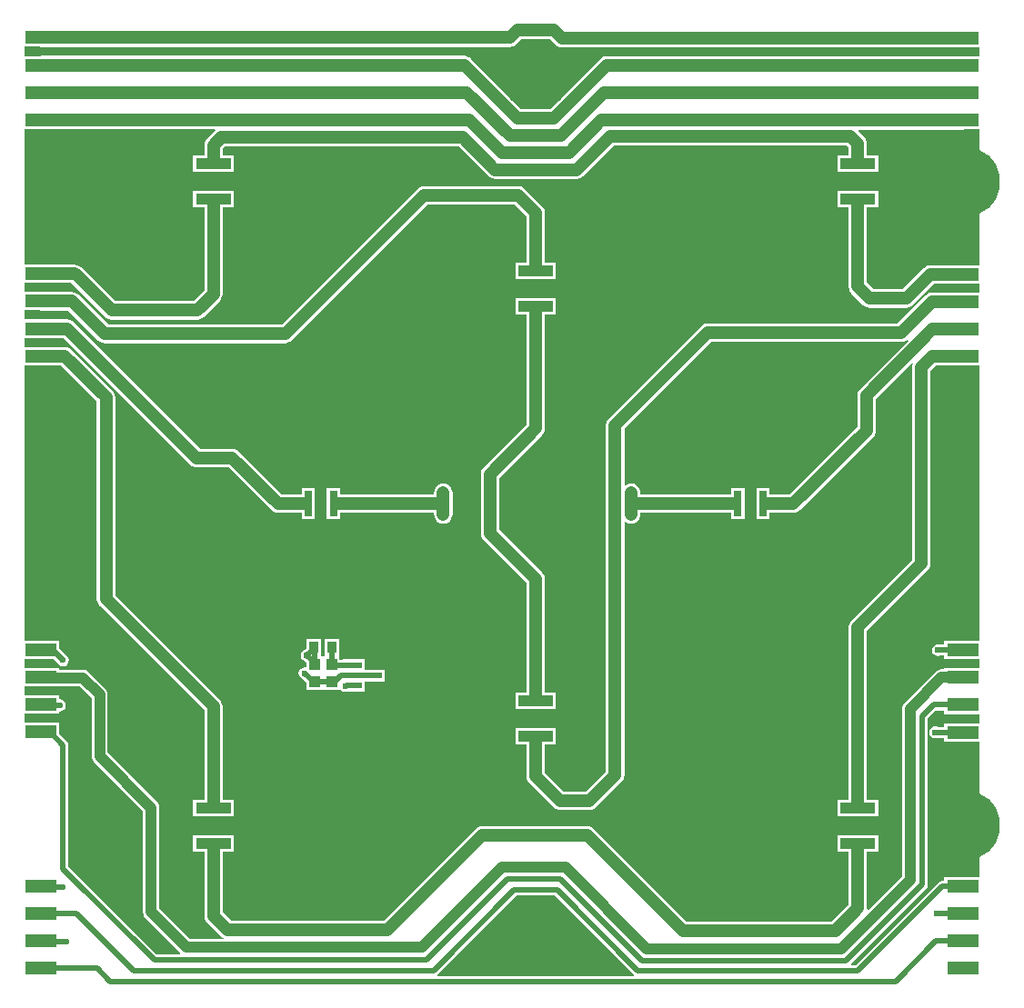
<source format=gbl>
%FSLAX44Y44*%
%MOMM*%
G71*
G01*
G75*
G04 Layer_Physical_Order=2*
G04 Layer_Color=16711680*
%ADD10C,0.5000*%
%ADD11C,1.0000*%
%ADD12C,1.2000*%
%ADD13C,6.5000*%
%ADD14C,0.6000*%
%ADD15R,3.0000X1.2000*%
%ADD16R,3.3000X1.0000*%
%ADD17R,3.3000X1.3000*%
%ADD18R,0.9200X2.3400*%
%ADD19R,0.7200X2.3400*%
%ADD20R,1.0000X1.0000*%
%ADD21R,0.9000X1.0000*%
%ADD22R,1.5000X0.6000*%
G36*
X876000Y1179935D02*
X912367D01*
X923435Y1168867D01*
Y1114690D01*
X923693Y1112732D01*
X924449Y1110908D01*
X925651Y1109341D01*
X971435Y1063557D01*
Y969500D01*
X971693Y967542D01*
X972449Y965718D01*
X973651Y964151D01*
X1005966Y931836D01*
X1005875Y930570D01*
X1005247Y930098D01*
X984112D01*
X902098Y1012112D01*
Y1125000D01*
X901710Y1126951D01*
X900605Y1128605D01*
X893500Y1135710D01*
Y1146000D01*
X861000D01*
Y1154500D01*
X893500D01*
Y1155982D01*
X894000Y1156392D01*
X896146Y1156819D01*
X897965Y1158035D01*
X899181Y1159854D01*
X899608Y1162000D01*
X899181Y1164146D01*
X897965Y1165965D01*
X896146Y1167181D01*
X894000Y1167608D01*
X893500Y1168018D01*
Y1171500D01*
X861000D01*
Y1180000D01*
X875509D01*
X876000Y1179935D01*
D02*
G37*
G36*
X1717500Y1154000D02*
X1750000D01*
Y1145500D01*
X1717500D01*
Y1142098D01*
X1711270D01*
X1711146Y1142181D01*
X1709000Y1142608D01*
X1706854Y1142181D01*
X1705035Y1140965D01*
X1703819Y1139146D01*
X1703392Y1137000D01*
X1703819Y1134854D01*
X1705035Y1133035D01*
X1706854Y1131819D01*
X1709000Y1131392D01*
X1711146Y1131819D01*
X1711270Y1131902D01*
X1717500D01*
Y1128500D01*
X1750000D01*
Y1002000D01*
X1717500D01*
Y998598D01*
X1715500D01*
X1713549Y998210D01*
X1711895Y997105D01*
X1634888Y920098D01*
X1630967D01*
X1630481Y921271D01*
X1700605Y991395D01*
X1701710Y993049D01*
X1701774Y993373D01*
X1702098Y995000D01*
Y1149888D01*
X1709612Y1157402D01*
X1717500D01*
Y1154000D01*
D02*
G37*
G36*
X1428395Y911395D02*
X1428518Y911313D01*
X1428149Y910098D01*
X1245851D01*
X1245482Y911313D01*
X1245605Y911395D01*
X1319112Y984902D01*
X1354888D01*
X1428395Y911395D01*
D02*
G37*
G36*
X1355421Y1777438D02*
X1357196Y1776075D01*
X1359264Y1775219D01*
X1361483Y1774927D01*
X1735000D01*
X1735557Y1775000D01*
X1750000D01*
Y1766500D01*
X1735557D01*
X1735000Y1766573D01*
X1402983D01*
X1400764Y1766281D01*
X1398696Y1765425D01*
X1396920Y1764062D01*
X1350432Y1717573D01*
X1323569D01*
X1277579Y1763562D01*
X1277014Y1763996D01*
X1276580Y1764562D01*
X1274804Y1765925D01*
X1272736Y1766781D01*
X1270517Y1767073D01*
X876000D01*
X875443Y1767000D01*
X861000D01*
Y1775500D01*
X875443D01*
X876000Y1775427D01*
X1313017D01*
X1315236Y1775719D01*
X1316698Y1776324D01*
X1317304Y1776575D01*
X1319079Y1777938D01*
X1323569Y1782427D01*
X1350432D01*
X1355421Y1777438D01*
D02*
G37*
G36*
X876000Y1698927D02*
X1038416D01*
X1038824Y1697724D01*
X1037962Y1697062D01*
X1030938Y1690038D01*
X1029575Y1688263D01*
X1028719Y1686195D01*
X1028427Y1683976D01*
Y1674000D01*
X1018000D01*
Y1659000D01*
X1056000D01*
Y1674000D01*
X1045573D01*
Y1680425D01*
X1047575Y1682427D01*
X1265449D01*
X1292938Y1654938D01*
X1294713Y1653575D01*
X1296781Y1652719D01*
X1299000Y1652427D01*
X1375000D01*
X1377219Y1652719D01*
X1378681Y1653324D01*
X1379287Y1653575D01*
X1381062Y1654938D01*
X1409551Y1683427D01*
X1626449D01*
X1628427Y1681449D01*
Y1674000D01*
X1618000D01*
Y1659000D01*
X1656000D01*
Y1674000D01*
X1645573D01*
Y1685000D01*
X1645281Y1687219D01*
X1644425Y1689287D01*
X1643062Y1691062D01*
X1636871Y1697253D01*
X1637357Y1698427D01*
X1735000D01*
X1735557Y1698500D01*
X1750000D01*
Y1572000D01*
X1735557D01*
X1735000Y1572073D01*
X1704500D01*
X1702281Y1571781D01*
X1700213Y1570925D01*
X1698438Y1569562D01*
X1678449Y1549573D01*
X1651551D01*
X1645573Y1555551D01*
Y1626000D01*
X1656000D01*
Y1641000D01*
X1618000D01*
Y1626000D01*
X1628427D01*
Y1552000D01*
X1628719Y1549781D01*
X1629324Y1548319D01*
X1629575Y1547713D01*
X1630938Y1545938D01*
X1641938Y1534938D01*
X1643713Y1533575D01*
X1645781Y1532719D01*
X1648000Y1532427D01*
X1682000D01*
X1684219Y1532719D01*
X1686287Y1533575D01*
X1688062Y1534938D01*
X1708051Y1554927D01*
X1735000D01*
X1735557Y1555000D01*
X1750000D01*
Y1546500D01*
X1735557D01*
X1735000Y1546573D01*
X1706000D01*
X1703781Y1546281D01*
X1701713Y1545425D01*
X1699938Y1544062D01*
X1673449Y1517573D01*
X1497000D01*
X1494781Y1517281D01*
X1492713Y1516425D01*
X1490938Y1515062D01*
X1404938Y1429062D01*
X1403575Y1427287D01*
X1403324Y1426681D01*
X1402719Y1425219D01*
X1402427Y1423000D01*
Y1100551D01*
X1383449Y1081573D01*
X1363551D01*
X1345573Y1099551D01*
Y1126000D01*
X1356000D01*
Y1141000D01*
X1318000D01*
Y1126000D01*
X1328427D01*
Y1096000D01*
X1328719Y1093781D01*
X1329575Y1091713D01*
X1330938Y1089938D01*
X1353938Y1066938D01*
X1355713Y1065575D01*
X1356747Y1065147D01*
X1357781Y1064719D01*
X1360000Y1064427D01*
X1387000D01*
X1389219Y1064719D01*
X1390681Y1065324D01*
X1391287Y1065575D01*
X1393062Y1066938D01*
X1417062Y1090938D01*
X1418425Y1092713D01*
X1418853Y1093747D01*
X1419281Y1094781D01*
X1419573Y1097000D01*
Y1332782D01*
X1420712Y1333343D01*
X1421713Y1332575D01*
X1423781Y1331719D01*
X1426000Y1331427D01*
X1428219Y1331719D01*
X1430287Y1332575D01*
X1432062Y1333938D01*
X1433425Y1335713D01*
X1434281Y1337781D01*
X1434573Y1340000D01*
Y1341427D01*
X1519150D01*
Y1335800D01*
X1531350D01*
Y1364200D01*
X1519150D01*
Y1358573D01*
X1434573D01*
Y1360000D01*
X1434281Y1362219D01*
X1433425Y1364287D01*
X1432062Y1366062D01*
X1430287Y1367425D01*
X1428219Y1368281D01*
X1426000Y1368573D01*
X1423781Y1368281D01*
X1421713Y1367425D01*
X1420712Y1366657D01*
X1419573Y1367218D01*
Y1419449D01*
X1500551Y1500427D01*
X1677000D01*
X1679219Y1500719D01*
X1681287Y1501575D01*
X1682885Y1502802D01*
X1683722Y1501847D01*
X1638938Y1457062D01*
X1637575Y1455287D01*
X1636719Y1453219D01*
X1636427Y1451000D01*
Y1421655D01*
X1573345Y1358573D01*
X1554850D01*
Y1364200D01*
X1542650D01*
Y1335800D01*
X1554850D01*
Y1341427D01*
X1576896D01*
X1579115Y1341719D01*
X1581183Y1342575D01*
X1582958Y1343938D01*
X1651062Y1412042D01*
X1652425Y1413817D01*
X1653281Y1415885D01*
X1653573Y1418104D01*
Y1447449D01*
X1687097Y1480972D01*
X1688153Y1480267D01*
X1687719Y1479219D01*
X1687427Y1477000D01*
Y1297551D01*
X1630938Y1241062D01*
X1629575Y1239287D01*
X1628719Y1237219D01*
X1628427Y1235000D01*
Y1074000D01*
X1618000D01*
Y1059000D01*
X1656000D01*
Y1074000D01*
X1645573D01*
Y1231449D01*
X1702062Y1287938D01*
X1703425Y1289713D01*
X1704281Y1291781D01*
X1704573Y1294000D01*
Y1473449D01*
X1709551Y1478427D01*
X1735000D01*
X1735557Y1478500D01*
X1750000D01*
Y1222000D01*
X1717500D01*
Y1218598D01*
X1713770D01*
X1713646Y1218681D01*
X1711500Y1219108D01*
X1709354Y1218681D01*
X1707535Y1217465D01*
X1706319Y1215646D01*
X1705892Y1213500D01*
X1706319Y1211354D01*
X1707535Y1209535D01*
X1709354Y1208319D01*
X1711500Y1207892D01*
X1713646Y1208319D01*
X1713770Y1208402D01*
X1717500D01*
Y1205000D01*
X1750000D01*
Y1196500D01*
X1717500D01*
Y1195565D01*
X1715000D01*
X1715000Y1195565D01*
X1713042Y1195307D01*
X1711218Y1194551D01*
X1709651Y1193349D01*
X1709651Y1193349D01*
X1680151Y1163849D01*
X1678949Y1162282D01*
X1678728Y1161748D01*
X1678193Y1160458D01*
X1677935Y1158500D01*
Y1002897D01*
X1646597Y971558D01*
X1645457Y972120D01*
X1645573Y973000D01*
Y1026000D01*
X1656000D01*
Y1041000D01*
X1618000D01*
Y1026000D01*
X1628427D01*
Y976551D01*
X1612449Y960573D01*
X1477551D01*
X1391062Y1047062D01*
X1389287Y1048425D01*
X1388681Y1048676D01*
X1387219Y1049281D01*
X1385000Y1049573D01*
X1287000D01*
X1284781Y1049281D01*
X1284176Y1049030D01*
X1282713Y1048425D01*
X1280938Y1047062D01*
X1195449Y961573D01*
X1053551D01*
X1045573Y969551D01*
Y1026000D01*
X1056000D01*
Y1041000D01*
X1018000D01*
Y1026000D01*
X1028427D01*
Y966000D01*
X1028719Y963781D01*
X1029575Y961713D01*
X1030938Y959938D01*
X1043938Y946938D01*
X1045713Y945575D01*
X1046353Y945310D01*
X1046105Y944065D01*
X1015133D01*
X986565Y972634D01*
Y1066690D01*
X986565Y1066690D01*
X986307Y1068648D01*
X985551Y1070472D01*
X984349Y1072039D01*
X938565Y1117823D01*
Y1172000D01*
X938307Y1173958D01*
X937551Y1175782D01*
X936349Y1177349D01*
X920849Y1192849D01*
X919282Y1194051D01*
X917458Y1194807D01*
X915500Y1195065D01*
X893500D01*
Y1197000D01*
X861000D01*
Y1205500D01*
X888290D01*
X891790Y1202000D01*
X891819Y1201854D01*
X893035Y1200035D01*
X894854Y1198819D01*
X897000Y1198392D01*
X899146Y1198819D01*
X900965Y1200035D01*
X902181Y1201854D01*
X902608Y1204000D01*
X902181Y1206146D01*
X900965Y1207965D01*
X899146Y1209181D01*
X899000Y1209210D01*
X893500Y1214710D01*
Y1222500D01*
X861000D01*
Y1479000D01*
X875443D01*
X876000Y1478927D01*
X894949D01*
X928427Y1445449D01*
Y1261000D01*
X928719Y1258781D01*
X929575Y1256713D01*
X930938Y1254938D01*
X1028427Y1157449D01*
Y1074000D01*
X1018000D01*
Y1059000D01*
X1056000D01*
Y1074000D01*
X1045573D01*
Y1161000D01*
X1045281Y1163219D01*
X1044425Y1165287D01*
X1043062Y1167062D01*
X945573Y1264551D01*
Y1449000D01*
X945281Y1451219D01*
X944676Y1452681D01*
X944425Y1453287D01*
X943062Y1455062D01*
X904562Y1493562D01*
X902787Y1494925D01*
X900719Y1495781D01*
X898500Y1496073D01*
X876000D01*
X875443Y1496000D01*
X861000D01*
Y1504500D01*
X875443D01*
X876000Y1504427D01*
X897449D01*
X1015438Y1386438D01*
X1017213Y1385075D01*
X1017819Y1384825D01*
X1019281Y1384219D01*
X1021500Y1383927D01*
X1051053D01*
X1091042Y1343938D01*
X1092817Y1342575D01*
X1093423Y1342324D01*
X1094885Y1341719D01*
X1097104Y1341427D01*
X1119150D01*
Y1335800D01*
X1131350D01*
Y1364200D01*
X1119150D01*
Y1358573D01*
X1100655D01*
X1060666Y1398562D01*
X1058891Y1399925D01*
X1056823Y1400781D01*
X1054604Y1401073D01*
X1025051D01*
X907062Y1519062D01*
X905287Y1520425D01*
X904681Y1520676D01*
X903219Y1521281D01*
X901000Y1521573D01*
X876000D01*
X875443Y1521500D01*
X861000D01*
Y1530000D01*
X875443D01*
X876000Y1529927D01*
X901949D01*
X929938Y1501938D01*
X931713Y1500575D01*
X933781Y1499719D01*
X936000Y1499427D01*
X1104000D01*
X1106219Y1499719D01*
X1107681Y1500325D01*
X1108287Y1500575D01*
X1110062Y1501938D01*
X1236551Y1628427D01*
X1317449D01*
X1328427Y1617449D01*
Y1574000D01*
X1318000D01*
Y1559000D01*
X1356000D01*
Y1574000D01*
X1345573D01*
Y1621000D01*
X1345281Y1623219D01*
X1344425Y1625287D01*
X1343062Y1627062D01*
X1327062Y1643062D01*
X1325287Y1644425D01*
X1323219Y1645281D01*
X1321000Y1645573D01*
X1233000D01*
X1230781Y1645281D01*
X1229747Y1644853D01*
X1228713Y1644425D01*
X1226938Y1643062D01*
X1100449Y1516573D01*
X939551D01*
X912562Y1543562D01*
X911997Y1543996D01*
X911562Y1544562D01*
X909787Y1545925D01*
X907719Y1546781D01*
X905500Y1547073D01*
X876000D01*
X875443Y1547000D01*
X861000D01*
Y1555500D01*
X875443D01*
X876000Y1555427D01*
X904449D01*
X935938Y1523938D01*
X937713Y1522575D01*
X939781Y1521719D01*
X942000Y1521427D01*
X1022000D01*
X1024219Y1521719D01*
X1026287Y1522575D01*
X1028062Y1523938D01*
X1043062Y1538938D01*
X1044425Y1540713D01*
X1045281Y1542781D01*
X1045573Y1545000D01*
Y1626000D01*
X1056000D01*
Y1641000D01*
X1018000D01*
Y1626000D01*
X1028427D01*
Y1548551D01*
X1018449Y1538573D01*
X945551D01*
X915062Y1569062D01*
X914497Y1569496D01*
X914062Y1570062D01*
X912287Y1571425D01*
X910219Y1572281D01*
X908000Y1572573D01*
X876000D01*
X875443Y1572500D01*
X861000D01*
Y1699000D01*
X875443D01*
X876000Y1698927D01*
D02*
G37*
%LPC*%
G36*
X1251000Y1368573D02*
X1248781Y1368281D01*
X1246713Y1367425D01*
X1244938Y1366062D01*
X1243575Y1364287D01*
X1242719Y1362219D01*
X1242427Y1360000D01*
Y1358573D01*
X1154850D01*
Y1364200D01*
X1142650D01*
Y1335800D01*
X1154850D01*
Y1341427D01*
X1242427D01*
Y1340000D01*
X1242719Y1337781D01*
X1243575Y1335713D01*
X1244938Y1333938D01*
X1246713Y1332575D01*
X1248781Y1331719D01*
X1251000Y1331427D01*
X1253219Y1331719D01*
X1255287Y1332575D01*
X1257062Y1333938D01*
X1258425Y1335713D01*
X1259281Y1337781D01*
X1259573Y1340000D01*
Y1350000D01*
Y1360000D01*
X1259281Y1362219D01*
X1258425Y1364287D01*
X1257062Y1366062D01*
X1255287Y1367425D01*
X1253219Y1368281D01*
X1251000Y1368573D01*
D02*
G37*
G36*
X1154500Y1223500D02*
X1140500D01*
Y1208500D01*
X1140500D01*
Y1208398D01*
X1139602Y1207500D01*
X1139500D01*
D01*
X1138500Y1207500D01*
D01*
X1137500Y1207500D01*
Y1208500D01*
X1137500D01*
Y1223500D01*
X1123500D01*
Y1215210D01*
X1122000Y1213710D01*
X1121854Y1213681D01*
X1120035Y1212465D01*
X1118819Y1210646D01*
X1118392Y1208500D01*
X1118819Y1206354D01*
X1120035Y1204535D01*
X1121854Y1203319D01*
X1122000Y1203290D01*
X1123500Y1201790D01*
Y1198310D01*
X1122518Y1197505D01*
X1122000Y1197608D01*
X1119854Y1197181D01*
X1118035Y1195965D01*
X1116819Y1194146D01*
X1116392Y1192000D01*
X1116819Y1189854D01*
X1118035Y1188035D01*
X1119854Y1186819D01*
X1120000Y1186790D01*
X1123500Y1183290D01*
Y1176500D01*
X1138500D01*
Y1176500D01*
X1138500D01*
X1138500Y1176500D01*
X1139500Y1176500D01*
Y1176500D01*
X1154500D01*
Y1176500D01*
X1155724Y1176500D01*
X1156035Y1176035D01*
X1157500Y1175056D01*
Y1175000D01*
X1157583D01*
X1157854Y1174819D01*
X1160000Y1174392D01*
X1162146Y1174819D01*
X1162417Y1175000D01*
X1177500D01*
Y1184500D01*
X1196500D01*
Y1195500D01*
X1177500D01*
Y1205000D01*
X1157500D01*
Y1204598D01*
X1154500D01*
Y1207500D01*
D01*
Y1207500D01*
X1154500Y1207500D01*
Y1208500D01*
X1154500D01*
Y1223500D01*
D02*
G37*
G36*
X1356000Y1541000D02*
X1318000D01*
Y1526000D01*
X1328427D01*
Y1423551D01*
X1288438Y1383562D01*
X1287075Y1381787D01*
X1286219Y1379719D01*
X1285927Y1377500D01*
Y1322500D01*
X1286219Y1320281D01*
X1287075Y1318213D01*
X1288438Y1316438D01*
X1328427Y1276449D01*
Y1174000D01*
X1318000D01*
Y1159000D01*
X1356000D01*
Y1174000D01*
X1345573D01*
Y1280000D01*
X1345281Y1282219D01*
X1344425Y1284287D01*
X1343062Y1286062D01*
X1303073Y1326051D01*
Y1373949D01*
X1343062Y1413938D01*
X1344425Y1415713D01*
X1344676Y1416319D01*
X1345281Y1417781D01*
X1345573Y1420000D01*
Y1526000D01*
X1356000D01*
Y1541000D01*
D02*
G37*
%LPD*%
D10*
X1130000Y1184000D02*
X1131000D01*
X1122000Y1192000D02*
X1130000Y1184000D01*
X1124000Y1208500D02*
X1124000D01*
X1131000Y1201500D01*
X1124000Y1208500D02*
X1131000Y1215500D01*
Y1201500D02*
Y1215500D01*
X1147000Y1184000D02*
X1150192D01*
X1186500Y1190000D02*
X1186500Y1190000D01*
X1131000Y1200000D02*
Y1201500D01*
X1147500Y1199500D02*
Y1216000D01*
X897000Y1010000D02*
Y1125000D01*
X876000Y1162000D02*
X894000D01*
X888000Y1213000D02*
X897000Y1204000D01*
X1150192Y1184000D02*
X1156192Y1190000D01*
X1131000Y1184000D02*
X1147000D01*
X885500Y1136500D02*
X897000Y1125000D01*
X1672000Y905000D02*
X1709500Y942500D01*
X982000Y925000D02*
X1235500D01*
X1156192Y1190000D02*
X1186500D01*
X1317000Y990000D02*
X1357000D01*
X1310500Y1000000D02*
X1359728D01*
X1147500Y1199500D02*
X1167500D01*
X1359728Y1000000D02*
X1435728Y924000D01*
X1357000Y990000D02*
X1432000Y915000D01*
X1626000Y924000D02*
X1697000Y995000D01*
X963000Y915000D02*
X1242000D01*
X1317000Y990000D01*
X1235500Y925000D02*
X1310500Y1000000D01*
X897000Y1010000D02*
X982000Y925000D01*
X941000Y905000D02*
X1672000D01*
X1435728Y924000D02*
X1626000D01*
X1432000Y915000D02*
X1637000D01*
X1709000Y1137000D02*
X1735000D01*
X1697000Y995000D02*
Y1152000D01*
X1707500Y1162500D01*
X1735000D01*
X1711500Y1213500D02*
X1735000D01*
X1710000Y968000D02*
X1735000D01*
X1637000Y915000D02*
X1715500Y993500D01*
X1735000D01*
X1709500Y942500D02*
X1735000D01*
X909500Y968500D02*
X963000Y915000D01*
X876000Y968500D02*
X909500D01*
X877000Y942000D02*
X900000D01*
X928500Y917500D02*
X941000Y905000D01*
X876000Y917500D02*
X928500D01*
X877000Y993000D02*
X897000D01*
D11*
X979000Y969500D02*
Y1066690D01*
X893500Y1187500D02*
X915500D01*
X876000D02*
X893500D01*
X1685500Y1158500D02*
X1715000Y1188000D01*
X931000Y1114690D02*
X979000Y1066690D01*
X931000Y1114690D02*
Y1172000D01*
X1685500Y999763D02*
Y1158500D01*
X915500Y1187500D02*
X931000Y1172000D01*
X979000Y969500D02*
X1012000Y936500D01*
X1230737D01*
X1305737Y1011500D02*
X1364491D01*
X1440491Y935500D01*
X1621237D02*
X1685500Y999763D01*
X1230737Y936500D02*
X1305737Y1011500D01*
X1440491Y935500D02*
X1621237D01*
X905500Y1538500D02*
X906500Y1537500D01*
X908000Y1564000D02*
X909000Y1563000D01*
X1715000Y1188000D02*
X1735000D01*
D12*
X1251000Y1340000D02*
Y1350000D01*
Y1360000D01*
X1637000Y1669000D02*
Y1685000D01*
X1630000Y1692000D02*
X1637000Y1685000D01*
Y1069000D02*
Y1235000D01*
Y1552000D02*
Y1631000D01*
X1411000Y1097000D02*
Y1423000D01*
X1637000Y973000D02*
Y1032000D01*
X1021500Y1392500D02*
X1054604D01*
X1097104Y1350000D02*
X1122400D01*
X1037000Y966000D02*
X1050000Y953000D01*
X1022000Y1530000D02*
X1037000Y1545000D01*
Y1669000D02*
Y1683976D01*
X1044024Y1691000D01*
X1294500Y1322500D02*
Y1377500D01*
X1269000Y1691000D02*
X1299000Y1661000D01*
X1360000Y1073000D02*
X1387000D01*
X1337000Y1096000D02*
X1360000Y1073000D01*
X1337000Y1096000D02*
Y1131000D01*
X1337000Y1569000D02*
Y1621000D01*
X1426000Y1340000D02*
Y1350000D01*
Y1360000D01*
X1616000Y952000D02*
X1637000Y973000D01*
X1645000Y1418104D02*
Y1451000D01*
X1037000Y1069000D02*
Y1161000D01*
Y1545000D02*
Y1631000D01*
X1271517Y1757500D02*
X1320017Y1709000D01*
X1337000Y1170000D02*
Y1280000D01*
Y1420000D02*
Y1531000D01*
X1637000Y1552000D02*
X1648000Y1541000D01*
X937000Y1261000D02*
Y1449000D01*
X1037000Y966000D02*
Y1030000D01*
X1151600Y1350000D02*
X1251000D01*
X1551600D02*
X1576896D01*
X1426000D02*
X1522000D01*
X1306000Y1677000D02*
X1368000D01*
X1313000Y1693000D02*
X1361000D01*
X906500Y1537500D02*
X936000Y1508000D01*
X1050000Y953000D02*
X1199000D01*
X1044024Y1691000D02*
X1269000D01*
X1387000Y1073000D02*
X1411000Y1097000D01*
X1320017Y1709000D02*
X1353983D01*
X1299000Y1661000D02*
X1375000D01*
X1406000Y1692000D01*
X1320017Y1791000D02*
X1353983D01*
X1648000Y1541000D02*
X1682000D01*
X909000Y1563000D02*
X942000Y1530000D01*
X1104000Y1508000D02*
X1233000Y1637000D01*
X1294500Y1322500D02*
X1337000Y1280000D01*
X1411000Y1423000D02*
X1497000Y1509000D01*
X1321000Y1637000D02*
X1337000Y1621000D01*
X1294500Y1377500D02*
X1337000Y1420000D01*
X1637000Y1235000D02*
X1696000Y1294000D01*
X1054604Y1392500D02*
X1097104Y1350000D01*
X1385000Y1041000D02*
X1474000Y952000D01*
X942000Y1530000D02*
X1022000D01*
X1233000Y1637000D02*
X1321000D01*
X1287000Y1041000D02*
X1385000D01*
X936000Y1508000D02*
X1104000D01*
X1474000Y952000D02*
X1616000D01*
X1497000Y1509000D02*
X1677000D01*
X937000Y1261000D02*
X1037000Y1161000D01*
X1199000Y953000D02*
X1287000Y1041000D01*
X1576896Y1350000D02*
X1645000Y1418104D01*
X1406000Y1692000D02*
X1630000D01*
X1313017Y1784000D02*
X1320017Y1791000D01*
X876000Y1784000D02*
X1313017D01*
X876000Y1758500D02*
X1270517D01*
X1273000Y1733000D02*
X1313000Y1693000D01*
X876000Y1733000D02*
X1273000D01*
X876000Y1707500D02*
X1275500D01*
X1306000Y1677000D01*
X1696000Y1294000D02*
Y1477000D01*
X876000Y1487500D02*
X898500D01*
X937000Y1449000D01*
X876000Y1513000D02*
X901000D01*
X1021500Y1392500D01*
X876000Y1538500D02*
X905500D01*
X876000Y1564000D02*
X908000D01*
X1398000Y1707000D02*
X1735000D01*
X1368000Y1677000D02*
X1398000Y1707000D01*
X1400500Y1732500D02*
X1735000D01*
X1361000Y1693000D02*
X1400500Y1732500D01*
X1353983Y1709000D02*
X1402983Y1758000D01*
X1735000D01*
X1361483Y1783500D02*
X1735000D01*
X1353983Y1791000D02*
X1361483Y1783500D01*
X1706500Y1512500D02*
X1735000D01*
X1645000Y1451000D02*
X1706500Y1512500D01*
X1704500Y1563500D02*
X1735000D01*
X1682000Y1541000D02*
X1704500Y1563500D01*
X1677000Y1509000D02*
X1706000Y1538000D01*
X1735000D01*
X1696000Y1477000D02*
X1706000Y1487000D01*
X1735000D01*
D13*
X1037000Y1350000D02*
D03*
X1337000D02*
D03*
X1637000D02*
D03*
X1737000Y1650000D02*
D03*
X1337000Y1750000D02*
D03*
X937000Y1650000D02*
D03*
Y1050000D02*
D03*
X1337000Y950000D02*
D03*
X1737000Y1050000D02*
D03*
D14*
X900000Y942000D02*
D03*
X1710000Y968000D02*
D03*
X1709000Y1137000D02*
D03*
X897000Y993000D02*
D03*
X894000Y1162000D02*
D03*
X1160000Y1180000D02*
D03*
X893500Y1187500D02*
D03*
X897000Y1204000D02*
D03*
X1124000Y1208500D02*
D03*
X1711500Y1213500D02*
D03*
X1022000Y1655000D02*
D03*
X1032000D02*
D03*
X1042000D02*
D03*
X1052000D02*
D03*
Y1645000D02*
D03*
X1042000D02*
D03*
X1032000D02*
D03*
X1022000D02*
D03*
X1012000D02*
D03*
Y1655000D02*
D03*
X1062000D02*
D03*
Y1645000D02*
D03*
Y1635000D02*
D03*
X1012000D02*
D03*
Y1665000D02*
D03*
X1622000Y1655000D02*
D03*
X1632000D02*
D03*
X1642000D02*
D03*
X1652000D02*
D03*
X1662000D02*
D03*
Y1665000D02*
D03*
Y1645000D02*
D03*
Y1635000D02*
D03*
X1652000Y1645000D02*
D03*
X1642000D02*
D03*
X1632000D02*
D03*
X1622000D02*
D03*
X1612000D02*
D03*
Y1655000D02*
D03*
Y1635000D02*
D03*
X1352000Y1155000D02*
D03*
X1342000D02*
D03*
X1332000D02*
D03*
X1322000D02*
D03*
X1312000D02*
D03*
Y1165000D02*
D03*
Y1145000D02*
D03*
Y1135000D02*
D03*
X1322000Y1145000D02*
D03*
X1332000D02*
D03*
X1342000D02*
D03*
X1352000D02*
D03*
X1362000D02*
D03*
Y1155000D02*
D03*
Y1165000D02*
D03*
X1022000Y1055000D02*
D03*
X1032000D02*
D03*
X1042000D02*
D03*
X1052000D02*
D03*
X1062000D02*
D03*
Y1065000D02*
D03*
Y1045000D02*
D03*
X1052000D02*
D03*
X1042000D02*
D03*
X1032000D02*
D03*
X1022000D02*
D03*
X1012000D02*
D03*
Y1035000D02*
D03*
Y1055000D02*
D03*
Y1065000D02*
D03*
X1622000Y1055000D02*
D03*
X1632000D02*
D03*
X1642000D02*
D03*
X1652000D02*
D03*
X1662000D02*
D03*
Y1065000D02*
D03*
Y1045000D02*
D03*
Y1035000D02*
D03*
X1652000Y1045000D02*
D03*
X1642000D02*
D03*
X1632000D02*
D03*
X1622000D02*
D03*
X1612000D02*
D03*
Y1055000D02*
D03*
Y1065000D02*
D03*
X1137000Y1350000D02*
D03*
Y1360000D02*
D03*
Y1340000D02*
D03*
Y1330000D02*
D03*
X1127000D02*
D03*
X1147000D02*
D03*
Y1370000D02*
D03*
X1137000D02*
D03*
X1127000D02*
D03*
X1157000D02*
D03*
Y1330000D02*
D03*
X1117000D02*
D03*
Y1370000D02*
D03*
X1537000Y1350000D02*
D03*
Y1360000D02*
D03*
Y1370000D02*
D03*
X1527000D02*
D03*
X1517000D02*
D03*
Y1330000D02*
D03*
X1527000D02*
D03*
X1537000D02*
D03*
Y1340000D02*
D03*
X1547000Y1330000D02*
D03*
X1557000D02*
D03*
X1547000Y1370000D02*
D03*
X1557000D02*
D03*
X1002000Y1655000D02*
D03*
Y1645000D02*
D03*
X1072000Y1655000D02*
D03*
Y1645000D02*
D03*
X1602000Y1655000D02*
D03*
Y1645000D02*
D03*
X1672000D02*
D03*
Y1655000D02*
D03*
X1602000Y1045000D02*
D03*
Y1055000D02*
D03*
X1672000D02*
D03*
Y1045000D02*
D03*
X1302000Y1145000D02*
D03*
Y1155000D02*
D03*
X1372000D02*
D03*
Y1145000D02*
D03*
X1612000Y1035000D02*
D03*
X1062000D02*
D03*
X1002000Y1045000D02*
D03*
Y1055000D02*
D03*
X1072000D02*
D03*
Y1045000D02*
D03*
X1362000Y1135000D02*
D03*
X1612000Y1665000D02*
D03*
X1062000D02*
D03*
X1137000Y1380000D02*
D03*
X1147000D02*
D03*
X1127000D02*
D03*
Y1320000D02*
D03*
X1137000D02*
D03*
X1147000D02*
D03*
X1537000Y1380000D02*
D03*
X1527000D02*
D03*
X1547000D02*
D03*
Y1320000D02*
D03*
X1537000D02*
D03*
X1527000D02*
D03*
X1322000Y1555000D02*
D03*
X1332000D02*
D03*
X1342000D02*
D03*
X1352000D02*
D03*
Y1545000D02*
D03*
X1342000D02*
D03*
X1332000D02*
D03*
X1322000D02*
D03*
X1312000D02*
D03*
X1302000D02*
D03*
Y1555000D02*
D03*
X1312000D02*
D03*
Y1565000D02*
D03*
Y1535000D02*
D03*
X1362000D02*
D03*
Y1545000D02*
D03*
Y1555000D02*
D03*
Y1565000D02*
D03*
X1372000Y1555000D02*
D03*
Y1545000D02*
D03*
X1426000Y1350000D02*
D03*
X1251000D02*
D03*
X1426000Y1360000D02*
D03*
Y1340000D02*
D03*
X1251000D02*
D03*
Y1360000D02*
D03*
X1122000Y1192000D02*
D03*
D15*
X1735000Y917000D02*
D03*
Y942500D02*
D03*
Y968000D02*
D03*
Y993500D02*
D03*
Y1137000D02*
D03*
Y1162500D02*
D03*
Y1188000D02*
D03*
Y1213500D02*
D03*
Y1487000D02*
D03*
Y1512500D02*
D03*
Y1538000D02*
D03*
Y1563500D02*
D03*
Y1707000D02*
D03*
Y1732500D02*
D03*
Y1758000D02*
D03*
Y1783500D02*
D03*
X876000Y1707500D02*
D03*
Y1733000D02*
D03*
Y1758500D02*
D03*
Y1784000D02*
D03*
Y1564000D02*
D03*
Y1538500D02*
D03*
Y1513000D02*
D03*
Y1487500D02*
D03*
Y1214000D02*
D03*
Y1188500D02*
D03*
Y1163000D02*
D03*
Y1137500D02*
D03*
Y917500D02*
D03*
Y943000D02*
D03*
Y968500D02*
D03*
Y994000D02*
D03*
D16*
X1037000Y1633500D02*
D03*
Y1666500D02*
D03*
X1337000Y1166500D02*
D03*
Y1133500D02*
D03*
Y1566500D02*
D03*
Y1533500D02*
D03*
X1637000Y1066500D02*
D03*
Y1033500D02*
D03*
X1037000Y1033500D02*
D03*
Y1066500D02*
D03*
X1637000Y1633500D02*
D03*
Y1666500D02*
D03*
D17*
X1037000Y1650000D02*
D03*
X1337000Y1150000D02*
D03*
Y1550000D02*
D03*
X1637000Y1050000D02*
D03*
X1037000D02*
D03*
X1637000Y1650000D02*
D03*
D18*
X1537000Y1350000D02*
D03*
X1137000D02*
D03*
D19*
X1548750D02*
D03*
X1525250D02*
D03*
X1148750D02*
D03*
X1125250D02*
D03*
D20*
X1131000Y1184000D02*
D03*
Y1200000D02*
D03*
X1147000Y1184000D02*
D03*
Y1200000D02*
D03*
D21*
X1130500Y1216000D02*
D03*
X1147500D02*
D03*
D22*
X1167500Y1199500D02*
D03*
Y1180500D02*
D03*
X1186500Y1190000D02*
D03*
M02*

</source>
